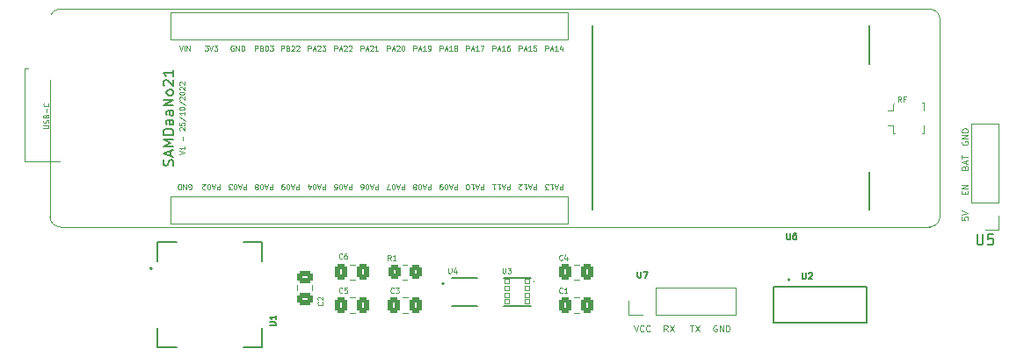
<source format=gto>
G04 #@! TF.GenerationSoftware,KiCad,Pcbnew,(6.0.9)*
G04 #@! TF.CreationDate,2023-02-20T10:38:45+01:00*
G04 #@! TF.ProjectId,sensorboard,73656e73-6f72-4626-9f61-72642e6b6963,rev?*
G04 #@! TF.SameCoordinates,Original*
G04 #@! TF.FileFunction,Legend,Top*
G04 #@! TF.FilePolarity,Positive*
%FSLAX46Y46*%
G04 Gerber Fmt 4.6, Leading zero omitted, Abs format (unit mm)*
G04 Created by KiCad (PCBNEW (6.0.9)) date 2023-02-20 10:38:45*
%MOMM*%
%LPD*%
G01*
G04 APERTURE LIST*
G04 Aperture macros list*
%AMRoundRect*
0 Rectangle with rounded corners*
0 $1 Rounding radius*
0 $2 $3 $4 $5 $6 $7 $8 $9 X,Y pos of 4 corners*
0 Add a 4 corners polygon primitive as box body*
4,1,4,$2,$3,$4,$5,$6,$7,$8,$9,$2,$3,0*
0 Add four circle primitives for the rounded corners*
1,1,$1+$1,$2,$3*
1,1,$1+$1,$4,$5*
1,1,$1+$1,$6,$7*
1,1,$1+$1,$8,$9*
0 Add four rect primitives between the rounded corners*
20,1,$1+$1,$2,$3,$4,$5,0*
20,1,$1+$1,$4,$5,$6,$7,0*
20,1,$1+$1,$6,$7,$8,$9,0*
20,1,$1+$1,$8,$9,$2,$3,0*%
G04 Aperture macros list end*
%ADD10C,0.100000*%
%ADD11C,0.150000*%
%ADD12C,0.080000*%
%ADD13C,0.120000*%
%ADD14C,0.127000*%
%ADD15C,0.200000*%
%ADD16C,0.010000*%
%ADD17RoundRect,0.250000X-0.350000X-0.450000X0.350000X-0.450000X0.350000X0.450000X-0.350000X0.450000X0*%
%ADD18R,1.700000X1.700000*%
%ADD19O,1.700000X1.700000*%
%ADD20C,0.800000*%
%ADD21C,6.400000*%
%ADD22RoundRect,0.250000X-0.337500X-0.475000X0.337500X-0.475000X0.337500X0.475000X-0.337500X0.475000X0*%
%ADD23R,0.550000X0.400000*%
%ADD24RoundRect,0.027000X-0.218000X-0.198000X0.218000X-0.198000X0.218000X0.198000X-0.218000X0.198000X0*%
%ADD25RoundRect,0.250000X0.337500X0.475000X-0.337500X0.475000X-0.337500X-0.475000X0.337500X-0.475000X0*%
%ADD26RoundRect,0.250000X-0.475000X0.337500X-0.475000X-0.337500X0.475000X-0.337500X0.475000X0.337500X0*%
%ADD27R,1.238000X1.238000*%
%ADD28C,1.238000*%
G04 APERTURE END LIST*
D10*
X202522142Y-89342857D02*
X202550714Y-89257142D01*
X202579285Y-89228571D01*
X202636428Y-89200000D01*
X202722142Y-89200000D01*
X202779285Y-89228571D01*
X202807857Y-89257142D01*
X202836428Y-89314285D01*
X202836428Y-89542857D01*
X202236428Y-89542857D01*
X202236428Y-89342857D01*
X202265000Y-89285714D01*
X202293571Y-89257142D01*
X202350714Y-89228571D01*
X202407857Y-89228571D01*
X202465000Y-89257142D01*
X202493571Y-89285714D01*
X202522142Y-89342857D01*
X202522142Y-89542857D01*
X202665000Y-88971428D02*
X202665000Y-88685714D01*
X202836428Y-89028571D02*
X202236428Y-88828571D01*
X202836428Y-88628571D01*
X202236428Y-88514285D02*
X202236428Y-88171428D01*
X202836428Y-88342857D02*
X202236428Y-88342857D01*
X173890000Y-105173428D02*
X173690000Y-104887714D01*
X173547142Y-105173428D02*
X173547142Y-104573428D01*
X173775714Y-104573428D01*
X173832857Y-104602000D01*
X173861428Y-104630571D01*
X173890000Y-104687714D01*
X173890000Y-104773428D01*
X173861428Y-104830571D01*
X173832857Y-104859142D01*
X173775714Y-104887714D01*
X173547142Y-104887714D01*
X174090000Y-104573428D02*
X174490000Y-105173428D01*
X174490000Y-104573428D02*
X174090000Y-105173428D01*
X178612857Y-104602000D02*
X178555714Y-104573428D01*
X178470000Y-104573428D01*
X178384285Y-104602000D01*
X178327142Y-104659142D01*
X178298571Y-104716285D01*
X178270000Y-104830571D01*
X178270000Y-104916285D01*
X178298571Y-105030571D01*
X178327142Y-105087714D01*
X178384285Y-105144857D01*
X178470000Y-105173428D01*
X178527142Y-105173428D01*
X178612857Y-105144857D01*
X178641428Y-105116285D01*
X178641428Y-104916285D01*
X178527142Y-104916285D01*
X178898571Y-105173428D02*
X178898571Y-104573428D01*
X179241428Y-105173428D01*
X179241428Y-104573428D01*
X179527142Y-105173428D02*
X179527142Y-104573428D01*
X179670000Y-104573428D01*
X179755714Y-104602000D01*
X179812857Y-104659142D01*
X179841428Y-104716285D01*
X179870000Y-104830571D01*
X179870000Y-104916285D01*
X179841428Y-105030571D01*
X179812857Y-105087714D01*
X179755714Y-105144857D01*
X179670000Y-105173428D01*
X179527142Y-105173428D01*
X202265000Y-86817142D02*
X202236428Y-86874285D01*
X202236428Y-86960000D01*
X202265000Y-87045714D01*
X202322142Y-87102857D01*
X202379285Y-87131428D01*
X202493571Y-87160000D01*
X202579285Y-87160000D01*
X202693571Y-87131428D01*
X202750714Y-87102857D01*
X202807857Y-87045714D01*
X202836428Y-86960000D01*
X202836428Y-86902857D01*
X202807857Y-86817142D01*
X202779285Y-86788571D01*
X202579285Y-86788571D01*
X202579285Y-86902857D01*
X202836428Y-86531428D02*
X202236428Y-86531428D01*
X202836428Y-86188571D01*
X202236428Y-86188571D01*
X202836428Y-85902857D02*
X202236428Y-85902857D01*
X202236428Y-85760000D01*
X202265000Y-85674285D01*
X202322142Y-85617142D01*
X202379285Y-85588571D01*
X202493571Y-85560000D01*
X202579285Y-85560000D01*
X202693571Y-85588571D01*
X202750714Y-85617142D01*
X202807857Y-85674285D01*
X202836428Y-85760000D01*
X202836428Y-85902857D01*
X170650000Y-104573428D02*
X170850000Y-105173428D01*
X171050000Y-104573428D01*
X171592857Y-105116285D02*
X171564285Y-105144857D01*
X171478571Y-105173428D01*
X171421428Y-105173428D01*
X171335714Y-105144857D01*
X171278571Y-105087714D01*
X171250000Y-105030571D01*
X171221428Y-104916285D01*
X171221428Y-104830571D01*
X171250000Y-104716285D01*
X171278571Y-104659142D01*
X171335714Y-104602000D01*
X171421428Y-104573428D01*
X171478571Y-104573428D01*
X171564285Y-104602000D01*
X171592857Y-104630571D01*
X172192857Y-105116285D02*
X172164285Y-105144857D01*
X172078571Y-105173428D01*
X172021428Y-105173428D01*
X171935714Y-105144857D01*
X171878571Y-105087714D01*
X171850000Y-105030571D01*
X171821428Y-104916285D01*
X171821428Y-104830571D01*
X171850000Y-104716285D01*
X171878571Y-104659142D01*
X171935714Y-104602000D01*
X172021428Y-104573428D01*
X172078571Y-104573428D01*
X172164285Y-104602000D01*
X172192857Y-104630571D01*
X202236428Y-94094285D02*
X202236428Y-94380000D01*
X202522142Y-94408571D01*
X202493571Y-94380000D01*
X202465000Y-94322857D01*
X202465000Y-94180000D01*
X202493571Y-94122857D01*
X202522142Y-94094285D01*
X202579285Y-94065714D01*
X202722142Y-94065714D01*
X202779285Y-94094285D01*
X202807857Y-94122857D01*
X202836428Y-94180000D01*
X202836428Y-94322857D01*
X202807857Y-94380000D01*
X202779285Y-94408571D01*
X202236428Y-93894285D02*
X202836428Y-93694285D01*
X202236428Y-93494285D01*
X202522142Y-91882857D02*
X202522142Y-91682857D01*
X202836428Y-91597142D02*
X202836428Y-91882857D01*
X202236428Y-91882857D01*
X202236428Y-91597142D01*
X202836428Y-91340000D02*
X202236428Y-91340000D01*
X202836428Y-90997142D01*
X202236428Y-90997142D01*
X176072857Y-104573428D02*
X176415714Y-104573428D01*
X176244285Y-105173428D02*
X176244285Y-104573428D01*
X176558571Y-104573428D02*
X176958571Y-105173428D01*
X176958571Y-104573428D02*
X176558571Y-105173428D01*
X147236666Y-98270190D02*
X147070000Y-98032095D01*
X146950952Y-98270190D02*
X146950952Y-97770190D01*
X147141428Y-97770190D01*
X147189047Y-97794000D01*
X147212857Y-97817809D01*
X147236666Y-97865428D01*
X147236666Y-97936857D01*
X147212857Y-97984476D01*
X147189047Y-98008285D01*
X147141428Y-98032095D01*
X146950952Y-98032095D01*
X147712857Y-98270190D02*
X147427142Y-98270190D01*
X147570000Y-98270190D02*
X147570000Y-97770190D01*
X147522380Y-97841619D01*
X147474761Y-97889238D01*
X147427142Y-97913047D01*
D11*
X170992857Y-99366428D02*
X170992857Y-99852142D01*
X171021428Y-99909285D01*
X171050000Y-99937857D01*
X171107142Y-99966428D01*
X171221428Y-99966428D01*
X171278571Y-99937857D01*
X171307142Y-99909285D01*
X171335714Y-99852142D01*
X171335714Y-99366428D01*
X171564285Y-99366428D02*
X171964285Y-99366428D01*
X171707142Y-99966428D01*
X135561428Y-104597142D02*
X136047142Y-104597142D01*
X136104285Y-104568571D01*
X136132857Y-104540000D01*
X136161428Y-104482857D01*
X136161428Y-104368571D01*
X136132857Y-104311428D01*
X136104285Y-104282857D01*
X136047142Y-104254285D01*
X135561428Y-104254285D01*
X136161428Y-103654285D02*
X136161428Y-103997142D01*
X136161428Y-103825714D02*
X135561428Y-103825714D01*
X135647142Y-103882857D01*
X135704285Y-103940000D01*
X135732857Y-103997142D01*
D10*
X142537666Y-98095571D02*
X142513857Y-98119380D01*
X142442428Y-98143190D01*
X142394809Y-98143190D01*
X142323380Y-98119380D01*
X142275761Y-98071761D01*
X142251952Y-98024142D01*
X142228142Y-97928904D01*
X142228142Y-97857476D01*
X142251952Y-97762238D01*
X142275761Y-97714619D01*
X142323380Y-97667000D01*
X142394809Y-97643190D01*
X142442428Y-97643190D01*
X142513857Y-97667000D01*
X142537666Y-97690809D01*
X142966238Y-97643190D02*
X142871000Y-97643190D01*
X142823380Y-97667000D01*
X142799571Y-97690809D01*
X142751952Y-97762238D01*
X142728142Y-97857476D01*
X142728142Y-98047952D01*
X142751952Y-98095571D01*
X142775761Y-98119380D01*
X142823380Y-98143190D01*
X142918619Y-98143190D01*
X142966238Y-98119380D01*
X142990047Y-98095571D01*
X143013857Y-98047952D01*
X143013857Y-97928904D01*
X142990047Y-97881285D01*
X142966238Y-97857476D01*
X142918619Y-97833666D01*
X142823380Y-97833666D01*
X142775761Y-97857476D01*
X142751952Y-97881285D01*
X142728142Y-97928904D01*
X142559166Y-101397571D02*
X142535357Y-101421380D01*
X142463928Y-101445190D01*
X142416309Y-101445190D01*
X142344880Y-101421380D01*
X142297261Y-101373761D01*
X142273452Y-101326142D01*
X142249642Y-101230904D01*
X142249642Y-101159476D01*
X142273452Y-101064238D01*
X142297261Y-101016619D01*
X142344880Y-100969000D01*
X142416309Y-100945190D01*
X142463928Y-100945190D01*
X142535357Y-100969000D01*
X142559166Y-100992809D01*
X143011547Y-100945190D02*
X142773452Y-100945190D01*
X142749642Y-101183285D01*
X142773452Y-101159476D01*
X142821071Y-101135666D01*
X142940119Y-101135666D01*
X142987738Y-101159476D01*
X143011547Y-101183285D01*
X143035357Y-101230904D01*
X143035357Y-101349952D01*
X143011547Y-101397571D01*
X142987738Y-101421380D01*
X142940119Y-101445190D01*
X142821071Y-101445190D01*
X142773452Y-101421380D01*
X142749642Y-101397571D01*
X152781047Y-99040190D02*
X152781047Y-99444952D01*
X152804857Y-99492571D01*
X152828666Y-99516380D01*
X152876285Y-99540190D01*
X152971523Y-99540190D01*
X153019142Y-99516380D01*
X153042952Y-99492571D01*
X153066761Y-99444952D01*
X153066761Y-99040190D01*
X153519142Y-99206857D02*
X153519142Y-99540190D01*
X153400095Y-99016380D02*
X153281047Y-99373523D01*
X153590571Y-99373523D01*
D11*
X203708095Y-95792380D02*
X203708095Y-96601904D01*
X203755714Y-96697142D01*
X203803333Y-96744761D01*
X203898571Y-96792380D01*
X204089047Y-96792380D01*
X204184285Y-96744761D01*
X204231904Y-96697142D01*
X204279523Y-96601904D01*
X204279523Y-95792380D01*
X205231904Y-95792380D02*
X204755714Y-95792380D01*
X204708095Y-96268571D01*
X204755714Y-96220952D01*
X204850952Y-96173333D01*
X205089047Y-96173333D01*
X205184285Y-96220952D01*
X205231904Y-96268571D01*
X205279523Y-96363809D01*
X205279523Y-96601904D01*
X205231904Y-96697142D01*
X205184285Y-96744761D01*
X205089047Y-96792380D01*
X204850952Y-96792380D01*
X204755714Y-96744761D01*
X204708095Y-96697142D01*
X185374392Y-95660821D02*
X185374392Y-96146535D01*
X185402963Y-96203678D01*
X185431535Y-96232250D01*
X185488677Y-96260821D01*
X185602963Y-96260821D01*
X185660106Y-96232250D01*
X185688677Y-96203678D01*
X185717249Y-96146535D01*
X185717249Y-95660821D01*
X186260106Y-95660821D02*
X186145820Y-95660821D01*
X186088677Y-95689393D01*
X186060106Y-95717964D01*
X186002963Y-95803678D01*
X185974392Y-95917964D01*
X185974392Y-96146535D01*
X186002963Y-96203678D01*
X186031535Y-96232250D01*
X186088677Y-96260821D01*
X186202963Y-96260821D01*
X186260106Y-96232250D01*
X186288677Y-96203678D01*
X186317249Y-96146535D01*
X186317249Y-96003678D01*
X186288677Y-95946535D01*
X186260106Y-95917964D01*
X186202963Y-95889393D01*
X186088677Y-95889393D01*
X186031535Y-95917964D01*
X186002963Y-95946535D01*
X185974392Y-96003678D01*
D10*
X154497999Y-78062690D02*
X154497999Y-77562690D01*
X154688475Y-77562690D01*
X154736094Y-77586500D01*
X154759904Y-77610309D01*
X154783713Y-77657928D01*
X154783713Y-77729357D01*
X154759904Y-77776976D01*
X154736094Y-77800785D01*
X154688475Y-77824595D01*
X154497999Y-77824595D01*
X154974189Y-77919833D02*
X155212285Y-77919833D01*
X154926570Y-78062690D02*
X155093237Y-77562690D01*
X155259904Y-78062690D01*
X155688475Y-78062690D02*
X155402761Y-78062690D01*
X155545618Y-78062690D02*
X155545618Y-77562690D01*
X155497999Y-77634119D01*
X155450380Y-77681738D01*
X155402761Y-77705547D01*
X155855142Y-77562690D02*
X156188475Y-77562690D01*
X155974189Y-78062690D01*
X113770618Y-85535976D02*
X114175380Y-85535976D01*
X114222999Y-85512166D01*
X114246808Y-85488357D01*
X114270618Y-85440738D01*
X114270618Y-85345500D01*
X114246808Y-85297880D01*
X114222999Y-85274071D01*
X114175380Y-85250261D01*
X113770618Y-85250261D01*
X114246808Y-85035976D02*
X114270618Y-84964547D01*
X114270618Y-84845500D01*
X114246808Y-84797880D01*
X114222999Y-84774071D01*
X114175380Y-84750261D01*
X114127761Y-84750261D01*
X114080142Y-84774071D01*
X114056332Y-84797880D01*
X114032523Y-84845500D01*
X114008713Y-84940738D01*
X113984904Y-84988357D01*
X113961094Y-85012166D01*
X113913475Y-85035976D01*
X113865856Y-85035976D01*
X113818237Y-85012166D01*
X113794428Y-84988357D01*
X113770618Y-84940738D01*
X113770618Y-84821690D01*
X113794428Y-84750261D01*
X114008713Y-84369309D02*
X114032523Y-84297880D01*
X114056332Y-84274071D01*
X114103951Y-84250261D01*
X114175380Y-84250261D01*
X114222999Y-84274071D01*
X114246808Y-84297880D01*
X114270618Y-84345500D01*
X114270618Y-84535976D01*
X113770618Y-84535976D01*
X113770618Y-84369309D01*
X113794428Y-84321690D01*
X113818237Y-84297880D01*
X113865856Y-84274071D01*
X113913475Y-84274071D01*
X113961094Y-84297880D01*
X113984904Y-84321690D01*
X114008713Y-84369309D01*
X114008713Y-84535976D01*
X114080142Y-84035976D02*
X114080142Y-83655023D01*
X114222999Y-83131214D02*
X114246808Y-83155023D01*
X114270618Y-83226452D01*
X114270618Y-83274071D01*
X114246808Y-83345500D01*
X114199189Y-83393119D01*
X114151570Y-83416928D01*
X114056332Y-83440738D01*
X113984904Y-83440738D01*
X113889666Y-83416928D01*
X113842047Y-83393119D01*
X113794428Y-83345500D01*
X113770618Y-83274071D01*
X113770618Y-83226452D01*
X113794428Y-83155023D01*
X113818237Y-83131214D01*
X196400890Y-83005453D02*
X196234223Y-82767358D01*
X196115175Y-83005453D02*
X196115175Y-82505453D01*
X196305652Y-82505453D01*
X196353271Y-82529263D01*
X196377080Y-82553072D01*
X196400890Y-82600691D01*
X196400890Y-82672120D01*
X196377080Y-82719739D01*
X196353271Y-82743548D01*
X196305652Y-82767358D01*
X196115175Y-82767358D01*
X196781842Y-82743548D02*
X196615175Y-82743548D01*
X196615175Y-83005453D02*
X196615175Y-82505453D01*
X196853271Y-82505453D01*
X162117999Y-78062690D02*
X162117999Y-77562690D01*
X162308475Y-77562690D01*
X162356094Y-77586500D01*
X162379904Y-77610309D01*
X162403713Y-77657928D01*
X162403713Y-77729357D01*
X162379904Y-77776976D01*
X162356094Y-77800785D01*
X162308475Y-77824595D01*
X162117999Y-77824595D01*
X162594189Y-77919833D02*
X162832285Y-77919833D01*
X162546570Y-78062690D02*
X162713237Y-77562690D01*
X162879904Y-78062690D01*
X163308475Y-78062690D02*
X163022761Y-78062690D01*
X163165618Y-78062690D02*
X163165618Y-77562690D01*
X163117999Y-77634119D01*
X163070380Y-77681738D01*
X163022761Y-77705547D01*
X163737047Y-77729357D02*
X163737047Y-78062690D01*
X163617999Y-77538880D02*
X163498951Y-77896023D01*
X163808475Y-77896023D01*
X140900856Y-90945309D02*
X140900856Y-91445309D01*
X140710380Y-91445309D01*
X140662761Y-91421500D01*
X140638951Y-91397690D01*
X140615142Y-91350071D01*
X140615142Y-91278642D01*
X140638951Y-91231023D01*
X140662761Y-91207214D01*
X140710380Y-91183404D01*
X140900856Y-91183404D01*
X140424666Y-91088166D02*
X140186570Y-91088166D01*
X140472285Y-90945309D02*
X140305618Y-91445309D01*
X140138951Y-90945309D01*
X139877047Y-91445309D02*
X139829428Y-91445309D01*
X139781808Y-91421500D01*
X139757999Y-91397690D01*
X139734189Y-91350071D01*
X139710380Y-91254833D01*
X139710380Y-91135785D01*
X139734189Y-91040547D01*
X139757999Y-90992928D01*
X139781808Y-90969119D01*
X139829428Y-90945309D01*
X139877047Y-90945309D01*
X139924666Y-90969119D01*
X139948475Y-90992928D01*
X139972285Y-91040547D01*
X139996094Y-91135785D01*
X139996094Y-91254833D01*
X139972285Y-91350071D01*
X139948475Y-91397690D01*
X139924666Y-91421500D01*
X139877047Y-91445309D01*
X139281808Y-91278642D02*
X139281808Y-90945309D01*
X139400856Y-91469119D02*
X139519904Y-91111976D01*
X139210380Y-91111976D01*
X127760380Y-91421500D02*
X127807999Y-91445309D01*
X127879428Y-91445309D01*
X127950856Y-91421500D01*
X127998475Y-91373880D01*
X128022285Y-91326261D01*
X128046094Y-91231023D01*
X128046094Y-91159595D01*
X128022285Y-91064357D01*
X127998475Y-91016738D01*
X127950856Y-90969119D01*
X127879428Y-90945309D01*
X127831808Y-90945309D01*
X127760380Y-90969119D01*
X127736570Y-90992928D01*
X127736570Y-91159595D01*
X127831808Y-91159595D01*
X127522285Y-90945309D02*
X127522285Y-91445309D01*
X127236570Y-90945309D01*
X127236570Y-91445309D01*
X126998475Y-90945309D02*
X126998475Y-91445309D01*
X126879428Y-91445309D01*
X126807999Y-91421500D01*
X126760380Y-91373880D01*
X126736570Y-91326261D01*
X126712761Y-91231023D01*
X126712761Y-91159595D01*
X126736570Y-91064357D01*
X126760380Y-91016738D01*
X126807999Y-90969119D01*
X126879428Y-90945309D01*
X126998475Y-90945309D01*
X130740856Y-90945309D02*
X130740856Y-91445309D01*
X130550380Y-91445309D01*
X130502761Y-91421500D01*
X130478951Y-91397690D01*
X130455142Y-91350071D01*
X130455142Y-91278642D01*
X130478951Y-91231023D01*
X130502761Y-91207214D01*
X130550380Y-91183404D01*
X130740856Y-91183404D01*
X130264666Y-91088166D02*
X130026570Y-91088166D01*
X130312285Y-90945309D02*
X130145618Y-91445309D01*
X129978951Y-90945309D01*
X129717047Y-91445309D02*
X129669428Y-91445309D01*
X129621808Y-91421500D01*
X129597999Y-91397690D01*
X129574189Y-91350071D01*
X129550380Y-91254833D01*
X129550380Y-91135785D01*
X129574189Y-91040547D01*
X129597999Y-90992928D01*
X129621808Y-90969119D01*
X129669428Y-90945309D01*
X129717047Y-90945309D01*
X129764666Y-90969119D01*
X129788475Y-90992928D01*
X129812285Y-91040547D01*
X129836094Y-91135785D01*
X129836094Y-91254833D01*
X129812285Y-91350071D01*
X129788475Y-91397690D01*
X129764666Y-91421500D01*
X129717047Y-91445309D01*
X129359904Y-91397690D02*
X129336094Y-91421500D01*
X129288475Y-91445309D01*
X129169428Y-91445309D01*
X129121808Y-91421500D01*
X129097999Y-91397690D01*
X129074189Y-91350071D01*
X129074189Y-91302452D01*
X129097999Y-91231023D01*
X129383713Y-90945309D01*
X129074189Y-90945309D01*
X134142285Y-78062690D02*
X134142285Y-77562690D01*
X134332761Y-77562690D01*
X134380380Y-77586500D01*
X134404189Y-77610309D01*
X134427999Y-77657928D01*
X134427999Y-77729357D01*
X134404189Y-77776976D01*
X134380380Y-77800785D01*
X134332761Y-77824595D01*
X134142285Y-77824595D01*
X134808951Y-77800785D02*
X134880380Y-77824595D01*
X134904189Y-77848404D01*
X134927999Y-77896023D01*
X134927999Y-77967452D01*
X134904189Y-78015071D01*
X134880380Y-78038880D01*
X134832761Y-78062690D01*
X134642285Y-78062690D01*
X134642285Y-77562690D01*
X134808951Y-77562690D01*
X134856570Y-77586500D01*
X134880380Y-77610309D01*
X134904189Y-77657928D01*
X134904189Y-77705547D01*
X134880380Y-77753166D01*
X134856570Y-77776976D01*
X134808951Y-77800785D01*
X134642285Y-77800785D01*
X135237523Y-77562690D02*
X135285142Y-77562690D01*
X135332761Y-77586500D01*
X135356570Y-77610309D01*
X135380380Y-77657928D01*
X135404189Y-77753166D01*
X135404189Y-77872214D01*
X135380380Y-77967452D01*
X135356570Y-78015071D01*
X135332761Y-78038880D01*
X135285142Y-78062690D01*
X135237523Y-78062690D01*
X135189904Y-78038880D01*
X135166094Y-78015071D01*
X135142285Y-77967452D01*
X135118475Y-77872214D01*
X135118475Y-77753166D01*
X135142285Y-77657928D01*
X135166094Y-77610309D01*
X135189904Y-77586500D01*
X135237523Y-77562690D01*
X135570856Y-77562690D02*
X135880380Y-77562690D01*
X135713713Y-77753166D01*
X135785142Y-77753166D01*
X135832761Y-77776976D01*
X135856570Y-77800785D01*
X135880380Y-77848404D01*
X135880380Y-77967452D01*
X135856570Y-78015071D01*
X135832761Y-78038880D01*
X135785142Y-78062690D01*
X135642285Y-78062690D01*
X135594666Y-78038880D01*
X135570856Y-78015071D01*
X153600856Y-90945309D02*
X153600856Y-91445309D01*
X153410380Y-91445309D01*
X153362761Y-91421500D01*
X153338951Y-91397690D01*
X153315142Y-91350071D01*
X153315142Y-91278642D01*
X153338951Y-91231023D01*
X153362761Y-91207214D01*
X153410380Y-91183404D01*
X153600856Y-91183404D01*
X153124666Y-91088166D02*
X152886570Y-91088166D01*
X153172285Y-90945309D02*
X153005618Y-91445309D01*
X152838951Y-90945309D01*
X152577047Y-91445309D02*
X152529428Y-91445309D01*
X152481808Y-91421500D01*
X152457999Y-91397690D01*
X152434189Y-91350071D01*
X152410380Y-91254833D01*
X152410380Y-91135785D01*
X152434189Y-91040547D01*
X152457999Y-90992928D01*
X152481808Y-90969119D01*
X152529428Y-90945309D01*
X152577047Y-90945309D01*
X152624666Y-90969119D01*
X152648475Y-90992928D01*
X152672285Y-91040547D01*
X152696094Y-91135785D01*
X152696094Y-91254833D01*
X152672285Y-91350071D01*
X152648475Y-91397690D01*
X152624666Y-91421500D01*
X152577047Y-91445309D01*
X152172285Y-90945309D02*
X152077047Y-90945309D01*
X152029428Y-90969119D01*
X152005618Y-90992928D01*
X151957999Y-91064357D01*
X151934189Y-91159595D01*
X151934189Y-91350071D01*
X151957999Y-91397690D01*
X151981808Y-91421500D01*
X152029428Y-91445309D01*
X152124666Y-91445309D01*
X152172285Y-91421500D01*
X152196094Y-91397690D01*
X152219904Y-91350071D01*
X152219904Y-91231023D01*
X152196094Y-91183404D01*
X152172285Y-91159595D01*
X152124666Y-91135785D01*
X152029428Y-91135785D01*
X151981808Y-91159595D01*
X151957999Y-91183404D01*
X151934189Y-91231023D01*
X157037999Y-78062690D02*
X157037999Y-77562690D01*
X157228475Y-77562690D01*
X157276094Y-77586500D01*
X157299904Y-77610309D01*
X157323713Y-77657928D01*
X157323713Y-77729357D01*
X157299904Y-77776976D01*
X157276094Y-77800785D01*
X157228475Y-77824595D01*
X157037999Y-77824595D01*
X157514189Y-77919833D02*
X157752285Y-77919833D01*
X157466570Y-78062690D02*
X157633237Y-77562690D01*
X157799904Y-78062690D01*
X158228475Y-78062690D02*
X157942761Y-78062690D01*
X158085618Y-78062690D02*
X158085618Y-77562690D01*
X158037999Y-77634119D01*
X157990380Y-77681738D01*
X157942761Y-77705547D01*
X158657047Y-77562690D02*
X158561808Y-77562690D01*
X158514189Y-77586500D01*
X158490380Y-77610309D01*
X158442761Y-77681738D01*
X158418951Y-77776976D01*
X158418951Y-77967452D01*
X158442761Y-78015071D01*
X158466570Y-78038880D01*
X158514189Y-78062690D01*
X158609428Y-78062690D01*
X158657047Y-78038880D01*
X158680856Y-78015071D01*
X158704666Y-77967452D01*
X158704666Y-77848404D01*
X158680856Y-77800785D01*
X158657047Y-77776976D01*
X158609428Y-77753166D01*
X158514189Y-77753166D01*
X158466570Y-77776976D01*
X158442761Y-77800785D01*
X158418951Y-77848404D01*
X145980856Y-90945309D02*
X145980856Y-91445309D01*
X145790380Y-91445309D01*
X145742761Y-91421500D01*
X145718951Y-91397690D01*
X145695142Y-91350071D01*
X145695142Y-91278642D01*
X145718951Y-91231023D01*
X145742761Y-91207214D01*
X145790380Y-91183404D01*
X145980856Y-91183404D01*
X145504666Y-91088166D02*
X145266570Y-91088166D01*
X145552285Y-90945309D02*
X145385618Y-91445309D01*
X145218951Y-90945309D01*
X144957047Y-91445309D02*
X144909428Y-91445309D01*
X144861808Y-91421500D01*
X144837999Y-91397690D01*
X144814189Y-91350071D01*
X144790380Y-91254833D01*
X144790380Y-91135785D01*
X144814189Y-91040547D01*
X144837999Y-90992928D01*
X144861808Y-90969119D01*
X144909428Y-90945309D01*
X144957047Y-90945309D01*
X145004666Y-90969119D01*
X145028475Y-90992928D01*
X145052285Y-91040547D01*
X145076094Y-91135785D01*
X145076094Y-91254833D01*
X145052285Y-91350071D01*
X145028475Y-91397690D01*
X145004666Y-91421500D01*
X144957047Y-91445309D01*
X144361808Y-91445309D02*
X144457047Y-91445309D01*
X144504666Y-91421500D01*
X144528475Y-91397690D01*
X144576094Y-91326261D01*
X144599904Y-91231023D01*
X144599904Y-91040547D01*
X144576094Y-90992928D01*
X144552285Y-90969119D01*
X144504666Y-90945309D01*
X144409428Y-90945309D01*
X144361808Y-90969119D01*
X144337999Y-90992928D01*
X144314189Y-91040547D01*
X144314189Y-91159595D01*
X144337999Y-91207214D01*
X144361808Y-91231023D01*
X144409428Y-91254833D01*
X144504666Y-91254833D01*
X144552285Y-91231023D01*
X144576094Y-91207214D01*
X144599904Y-91159595D01*
X159577999Y-78062690D02*
X159577999Y-77562690D01*
X159768475Y-77562690D01*
X159816094Y-77586500D01*
X159839904Y-77610309D01*
X159863713Y-77657928D01*
X159863713Y-77729357D01*
X159839904Y-77776976D01*
X159816094Y-77800785D01*
X159768475Y-77824595D01*
X159577999Y-77824595D01*
X160054189Y-77919833D02*
X160292285Y-77919833D01*
X160006570Y-78062690D02*
X160173237Y-77562690D01*
X160339904Y-78062690D01*
X160768475Y-78062690D02*
X160482761Y-78062690D01*
X160625618Y-78062690D02*
X160625618Y-77562690D01*
X160577999Y-77634119D01*
X160530380Y-77681738D01*
X160482761Y-77705547D01*
X161220856Y-77562690D02*
X160982761Y-77562690D01*
X160958951Y-77800785D01*
X160982761Y-77776976D01*
X161030380Y-77753166D01*
X161149428Y-77753166D01*
X161197047Y-77776976D01*
X161220856Y-77800785D01*
X161244666Y-77848404D01*
X161244666Y-77967452D01*
X161220856Y-78015071D01*
X161197047Y-78038880D01*
X161149428Y-78062690D01*
X161030380Y-78062690D01*
X160982761Y-78038880D01*
X160958951Y-78015071D01*
X126867725Y-88068202D02*
X127367725Y-87901535D01*
X126867725Y-87734869D01*
X127367725Y-87306297D02*
X127367725Y-87592012D01*
X127367725Y-87449154D02*
X126867725Y-87449154D01*
X126939154Y-87496773D01*
X126986773Y-87544393D01*
X127010582Y-87592012D01*
X127177249Y-86711059D02*
X127177249Y-86330107D01*
X126915344Y-85734869D02*
X126891535Y-85711059D01*
X126867725Y-85663440D01*
X126867725Y-85544393D01*
X126891535Y-85496773D01*
X126915344Y-85472964D01*
X126962963Y-85449154D01*
X127010582Y-85449154D01*
X127082011Y-85472964D01*
X127367725Y-85758678D01*
X127367725Y-85449154D01*
X126867725Y-84996773D02*
X126867725Y-85234869D01*
X127105820Y-85258678D01*
X127082011Y-85234869D01*
X127058201Y-85187250D01*
X127058201Y-85068202D01*
X127082011Y-85020583D01*
X127105820Y-84996773D01*
X127153439Y-84972964D01*
X127272487Y-84972964D01*
X127320106Y-84996773D01*
X127343915Y-85020583D01*
X127367725Y-85068202D01*
X127367725Y-85187250D01*
X127343915Y-85234869D01*
X127320106Y-85258678D01*
X126843915Y-84401535D02*
X127486773Y-84830107D01*
X127367725Y-83972964D02*
X127367725Y-84258678D01*
X127367725Y-84115821D02*
X126867725Y-84115821D01*
X126939154Y-84163440D01*
X126986773Y-84211059D01*
X127010582Y-84258678D01*
X126867725Y-83663440D02*
X126867725Y-83615821D01*
X126891535Y-83568202D01*
X126915344Y-83544393D01*
X126962963Y-83520583D01*
X127058201Y-83496773D01*
X127177249Y-83496773D01*
X127272487Y-83520583D01*
X127320106Y-83544393D01*
X127343915Y-83568202D01*
X127367725Y-83615821D01*
X127367725Y-83663440D01*
X127343915Y-83711059D01*
X127320106Y-83734869D01*
X127272487Y-83758678D01*
X127177249Y-83782488D01*
X127058201Y-83782488D01*
X126962963Y-83758678D01*
X126915344Y-83734869D01*
X126891535Y-83711059D01*
X126867725Y-83663440D01*
X126843915Y-82925345D02*
X127486773Y-83353916D01*
X126915344Y-82782488D02*
X126891535Y-82758678D01*
X126867725Y-82711059D01*
X126867725Y-82592012D01*
X126891535Y-82544393D01*
X126915344Y-82520583D01*
X126962963Y-82496773D01*
X127010582Y-82496773D01*
X127082011Y-82520583D01*
X127367725Y-82806297D01*
X127367725Y-82496773D01*
X126867725Y-82187250D02*
X126867725Y-82139631D01*
X126891535Y-82092012D01*
X126915344Y-82068202D01*
X126962963Y-82044393D01*
X127058201Y-82020583D01*
X127177249Y-82020583D01*
X127272487Y-82044393D01*
X127320106Y-82068202D01*
X127343915Y-82092012D01*
X127367725Y-82139631D01*
X127367725Y-82187250D01*
X127343915Y-82234869D01*
X127320106Y-82258678D01*
X127272487Y-82282488D01*
X127177249Y-82306297D01*
X127058201Y-82306297D01*
X126962963Y-82282488D01*
X126915344Y-82258678D01*
X126891535Y-82234869D01*
X126867725Y-82187250D01*
X126915344Y-81830107D02*
X126891535Y-81806297D01*
X126867725Y-81758678D01*
X126867725Y-81639631D01*
X126891535Y-81592012D01*
X126915344Y-81568202D01*
X126962963Y-81544393D01*
X127010582Y-81544393D01*
X127082011Y-81568202D01*
X127367725Y-81853916D01*
X127367725Y-81544393D01*
X126915344Y-81353916D02*
X126891535Y-81330107D01*
X126867725Y-81282488D01*
X126867725Y-81163440D01*
X126891535Y-81115821D01*
X126915344Y-81092012D01*
X126962963Y-81068202D01*
X127010582Y-81068202D01*
X127082011Y-81092012D01*
X127367725Y-81377726D01*
X127367725Y-81068202D01*
X129300380Y-77562690D02*
X129609904Y-77562690D01*
X129443237Y-77753166D01*
X129514666Y-77753166D01*
X129562285Y-77776976D01*
X129586094Y-77800785D01*
X129609904Y-77848404D01*
X129609904Y-77967452D01*
X129586094Y-78015071D01*
X129562285Y-78038880D01*
X129514666Y-78062690D01*
X129371808Y-78062690D01*
X129324189Y-78038880D01*
X129300380Y-78015071D01*
X129752761Y-77562690D02*
X129919428Y-78062690D01*
X130086094Y-77562690D01*
X130205142Y-77562690D02*
X130514666Y-77562690D01*
X130347999Y-77753166D01*
X130419428Y-77753166D01*
X130467047Y-77776976D01*
X130490856Y-77800785D01*
X130514666Y-77848404D01*
X130514666Y-77967452D01*
X130490856Y-78015071D01*
X130467047Y-78038880D01*
X130419428Y-78062690D01*
X130276570Y-78062690D01*
X130228951Y-78038880D01*
X130205142Y-78015071D01*
X148520856Y-90945309D02*
X148520856Y-91445309D01*
X148330380Y-91445309D01*
X148282761Y-91421500D01*
X148258951Y-91397690D01*
X148235142Y-91350071D01*
X148235142Y-91278642D01*
X148258951Y-91231023D01*
X148282761Y-91207214D01*
X148330380Y-91183404D01*
X148520856Y-91183404D01*
X148044666Y-91088166D02*
X147806570Y-91088166D01*
X148092285Y-90945309D02*
X147925618Y-91445309D01*
X147758951Y-90945309D01*
X147497047Y-91445309D02*
X147449428Y-91445309D01*
X147401808Y-91421500D01*
X147377999Y-91397690D01*
X147354189Y-91350071D01*
X147330380Y-91254833D01*
X147330380Y-91135785D01*
X147354189Y-91040547D01*
X147377999Y-90992928D01*
X147401808Y-90969119D01*
X147449428Y-90945309D01*
X147497047Y-90945309D01*
X147544666Y-90969119D01*
X147568475Y-90992928D01*
X147592285Y-91040547D01*
X147616094Y-91135785D01*
X147616094Y-91254833D01*
X147592285Y-91350071D01*
X147568475Y-91397690D01*
X147544666Y-91421500D01*
X147497047Y-91445309D01*
X147163713Y-91445309D02*
X146830380Y-91445309D01*
X147044666Y-90945309D01*
X126831808Y-77562690D02*
X126998475Y-78062690D01*
X127165142Y-77562690D01*
X127331808Y-78062690D02*
X127331808Y-77562690D01*
X127569904Y-78062690D02*
X127569904Y-77562690D01*
X127855618Y-78062690D01*
X127855618Y-77562690D01*
X161220856Y-90945309D02*
X161220856Y-91445309D01*
X161030380Y-91445309D01*
X160982761Y-91421500D01*
X160958951Y-91397690D01*
X160935142Y-91350071D01*
X160935142Y-91278642D01*
X160958951Y-91231023D01*
X160982761Y-91207214D01*
X161030380Y-91183404D01*
X161220856Y-91183404D01*
X160744666Y-91088166D02*
X160506570Y-91088166D01*
X160792285Y-90945309D02*
X160625618Y-91445309D01*
X160458951Y-90945309D01*
X160030380Y-90945309D02*
X160316094Y-90945309D01*
X160173237Y-90945309D02*
X160173237Y-91445309D01*
X160220856Y-91373880D01*
X160268475Y-91326261D01*
X160316094Y-91302452D01*
X159839904Y-91397690D02*
X159816094Y-91421500D01*
X159768475Y-91445309D01*
X159649428Y-91445309D01*
X159601808Y-91421500D01*
X159577999Y-91397690D01*
X159554189Y-91350071D01*
X159554189Y-91302452D01*
X159577999Y-91231023D01*
X159863713Y-90945309D01*
X159554189Y-90945309D01*
X135820856Y-90945309D02*
X135820856Y-91445309D01*
X135630380Y-91445309D01*
X135582761Y-91421500D01*
X135558951Y-91397690D01*
X135535142Y-91350071D01*
X135535142Y-91278642D01*
X135558951Y-91231023D01*
X135582761Y-91207214D01*
X135630380Y-91183404D01*
X135820856Y-91183404D01*
X135344666Y-91088166D02*
X135106570Y-91088166D01*
X135392285Y-90945309D02*
X135225618Y-91445309D01*
X135058951Y-90945309D01*
X134797047Y-91445309D02*
X134749428Y-91445309D01*
X134701808Y-91421500D01*
X134677999Y-91397690D01*
X134654189Y-91350071D01*
X134630380Y-91254833D01*
X134630380Y-91135785D01*
X134654189Y-91040547D01*
X134677999Y-90992928D01*
X134701808Y-90969119D01*
X134749428Y-90945309D01*
X134797047Y-90945309D01*
X134844666Y-90969119D01*
X134868475Y-90992928D01*
X134892285Y-91040547D01*
X134916094Y-91135785D01*
X134916094Y-91254833D01*
X134892285Y-91350071D01*
X134868475Y-91397690D01*
X134844666Y-91421500D01*
X134797047Y-91445309D01*
X134344666Y-91231023D02*
X134392285Y-91254833D01*
X134416094Y-91278642D01*
X134439904Y-91326261D01*
X134439904Y-91350071D01*
X134416094Y-91397690D01*
X134392285Y-91421500D01*
X134344666Y-91445309D01*
X134249428Y-91445309D01*
X134201808Y-91421500D01*
X134177999Y-91397690D01*
X134154189Y-91350071D01*
X134154189Y-91326261D01*
X134177999Y-91278642D01*
X134201808Y-91254833D01*
X134249428Y-91231023D01*
X134344666Y-91231023D01*
X134392285Y-91207214D01*
X134416094Y-91183404D01*
X134439904Y-91135785D01*
X134439904Y-91040547D01*
X134416094Y-90992928D01*
X134392285Y-90969119D01*
X134344666Y-90945309D01*
X134249428Y-90945309D01*
X134201808Y-90969119D01*
X134177999Y-90992928D01*
X134154189Y-91040547D01*
X134154189Y-91135785D01*
X134177999Y-91183404D01*
X134201808Y-91207214D01*
X134249428Y-91231023D01*
X143440856Y-90945309D02*
X143440856Y-91445309D01*
X143250380Y-91445309D01*
X143202761Y-91421500D01*
X143178951Y-91397690D01*
X143155142Y-91350071D01*
X143155142Y-91278642D01*
X143178951Y-91231023D01*
X143202761Y-91207214D01*
X143250380Y-91183404D01*
X143440856Y-91183404D01*
X142964666Y-91088166D02*
X142726570Y-91088166D01*
X143012285Y-90945309D02*
X142845618Y-91445309D01*
X142678951Y-90945309D01*
X142417047Y-91445309D02*
X142369428Y-91445309D01*
X142321808Y-91421500D01*
X142297999Y-91397690D01*
X142274189Y-91350071D01*
X142250380Y-91254833D01*
X142250380Y-91135785D01*
X142274189Y-91040547D01*
X142297999Y-90992928D01*
X142321808Y-90969119D01*
X142369428Y-90945309D01*
X142417047Y-90945309D01*
X142464666Y-90969119D01*
X142488475Y-90992928D01*
X142512285Y-91040547D01*
X142536094Y-91135785D01*
X142536094Y-91254833D01*
X142512285Y-91350071D01*
X142488475Y-91397690D01*
X142464666Y-91421500D01*
X142417047Y-91445309D01*
X141797999Y-91445309D02*
X142036094Y-91445309D01*
X142059904Y-91207214D01*
X142036094Y-91231023D01*
X141988475Y-91254833D01*
X141869428Y-91254833D01*
X141821808Y-91231023D01*
X141797999Y-91207214D01*
X141774189Y-91159595D01*
X141774189Y-91040547D01*
X141797999Y-90992928D01*
X141821808Y-90969119D01*
X141869428Y-90945309D01*
X141988475Y-90945309D01*
X142036094Y-90969119D01*
X142059904Y-90992928D01*
X151957999Y-78062690D02*
X151957999Y-77562690D01*
X152148475Y-77562690D01*
X152196094Y-77586500D01*
X152219904Y-77610309D01*
X152243713Y-77657928D01*
X152243713Y-77729357D01*
X152219904Y-77776976D01*
X152196094Y-77800785D01*
X152148475Y-77824595D01*
X151957999Y-77824595D01*
X152434189Y-77919833D02*
X152672285Y-77919833D01*
X152386570Y-78062690D02*
X152553237Y-77562690D01*
X152719904Y-78062690D01*
X153148475Y-78062690D02*
X152862761Y-78062690D01*
X153005618Y-78062690D02*
X153005618Y-77562690D01*
X152957999Y-77634119D01*
X152910380Y-77681738D01*
X152862761Y-77705547D01*
X153434189Y-77776976D02*
X153386570Y-77753166D01*
X153362761Y-77729357D01*
X153338951Y-77681738D01*
X153338951Y-77657928D01*
X153362761Y-77610309D01*
X153386570Y-77586500D01*
X153434189Y-77562690D01*
X153529428Y-77562690D01*
X153577047Y-77586500D01*
X153600856Y-77610309D01*
X153624666Y-77657928D01*
X153624666Y-77681738D01*
X153600856Y-77729357D01*
X153577047Y-77753166D01*
X153529428Y-77776976D01*
X153434189Y-77776976D01*
X153386570Y-77800785D01*
X153362761Y-77824595D01*
X153338951Y-77872214D01*
X153338951Y-77967452D01*
X153362761Y-78015071D01*
X153386570Y-78038880D01*
X153434189Y-78062690D01*
X153529428Y-78062690D01*
X153577047Y-78038880D01*
X153600856Y-78015071D01*
X153624666Y-77967452D01*
X153624666Y-77872214D01*
X153600856Y-77824595D01*
X153577047Y-77800785D01*
X153529428Y-77776976D01*
X158680856Y-90945309D02*
X158680856Y-91445309D01*
X158490380Y-91445309D01*
X158442761Y-91421500D01*
X158418951Y-91397690D01*
X158395142Y-91350071D01*
X158395142Y-91278642D01*
X158418951Y-91231023D01*
X158442761Y-91207214D01*
X158490380Y-91183404D01*
X158680856Y-91183404D01*
X158204666Y-91088166D02*
X157966570Y-91088166D01*
X158252285Y-90945309D02*
X158085618Y-91445309D01*
X157918951Y-90945309D01*
X157490380Y-90945309D02*
X157776094Y-90945309D01*
X157633237Y-90945309D02*
X157633237Y-91445309D01*
X157680856Y-91373880D01*
X157728475Y-91326261D01*
X157776094Y-91302452D01*
X157014189Y-90945309D02*
X157299904Y-90945309D01*
X157157047Y-90945309D02*
X157157047Y-91445309D01*
X157204666Y-91373880D01*
X157252285Y-91326261D01*
X157299904Y-91302452D01*
X146877999Y-78062690D02*
X146877999Y-77562690D01*
X147068475Y-77562690D01*
X147116094Y-77586500D01*
X147139904Y-77610309D01*
X147163713Y-77657928D01*
X147163713Y-77729357D01*
X147139904Y-77776976D01*
X147116094Y-77800785D01*
X147068475Y-77824595D01*
X146877999Y-77824595D01*
X147354189Y-77919833D02*
X147592285Y-77919833D01*
X147306570Y-78062690D02*
X147473237Y-77562690D01*
X147639904Y-78062690D01*
X147782761Y-77610309D02*
X147806570Y-77586500D01*
X147854189Y-77562690D01*
X147973237Y-77562690D01*
X148020856Y-77586500D01*
X148044666Y-77610309D01*
X148068475Y-77657928D01*
X148068475Y-77705547D01*
X148044666Y-77776976D01*
X147758951Y-78062690D01*
X148068475Y-78062690D01*
X148377999Y-77562690D02*
X148425618Y-77562690D01*
X148473237Y-77586500D01*
X148497047Y-77610309D01*
X148520856Y-77657928D01*
X148544666Y-77753166D01*
X148544666Y-77872214D01*
X148520856Y-77967452D01*
X148497047Y-78015071D01*
X148473237Y-78038880D01*
X148425618Y-78062690D01*
X148377999Y-78062690D01*
X148330380Y-78038880D01*
X148306570Y-78015071D01*
X148282761Y-77967452D01*
X148258951Y-77872214D01*
X148258951Y-77753166D01*
X148282761Y-77657928D01*
X148306570Y-77610309D01*
X148330380Y-77586500D01*
X148377999Y-77562690D01*
X149417999Y-78062690D02*
X149417999Y-77562690D01*
X149608475Y-77562690D01*
X149656094Y-77586500D01*
X149679904Y-77610309D01*
X149703713Y-77657928D01*
X149703713Y-77729357D01*
X149679904Y-77776976D01*
X149656094Y-77800785D01*
X149608475Y-77824595D01*
X149417999Y-77824595D01*
X149894189Y-77919833D02*
X150132285Y-77919833D01*
X149846570Y-78062690D02*
X150013237Y-77562690D01*
X150179904Y-78062690D01*
X150608475Y-78062690D02*
X150322761Y-78062690D01*
X150465618Y-78062690D02*
X150465618Y-77562690D01*
X150417999Y-77634119D01*
X150370380Y-77681738D01*
X150322761Y-77705547D01*
X150846570Y-78062690D02*
X150941808Y-78062690D01*
X150989428Y-78038880D01*
X151013237Y-78015071D01*
X151060856Y-77943642D01*
X151084666Y-77848404D01*
X151084666Y-77657928D01*
X151060856Y-77610309D01*
X151037047Y-77586500D01*
X150989428Y-77562690D01*
X150894189Y-77562690D01*
X150846570Y-77586500D01*
X150822761Y-77610309D01*
X150798951Y-77657928D01*
X150798951Y-77776976D01*
X150822761Y-77824595D01*
X150846570Y-77848404D01*
X150894189Y-77872214D01*
X150989428Y-77872214D01*
X151037047Y-77848404D01*
X151060856Y-77824595D01*
X151084666Y-77776976D01*
X163760856Y-90945309D02*
X163760856Y-91445309D01*
X163570380Y-91445309D01*
X163522761Y-91421500D01*
X163498951Y-91397690D01*
X163475142Y-91350071D01*
X163475142Y-91278642D01*
X163498951Y-91231023D01*
X163522761Y-91207214D01*
X163570380Y-91183404D01*
X163760856Y-91183404D01*
X163284666Y-91088166D02*
X163046570Y-91088166D01*
X163332285Y-90945309D02*
X163165618Y-91445309D01*
X162998951Y-90945309D01*
X162570380Y-90945309D02*
X162856094Y-90945309D01*
X162713237Y-90945309D02*
X162713237Y-91445309D01*
X162760856Y-91373880D01*
X162808475Y-91326261D01*
X162856094Y-91302452D01*
X162403713Y-91445309D02*
X162094189Y-91445309D01*
X162260856Y-91254833D01*
X162189428Y-91254833D01*
X162141808Y-91231023D01*
X162117999Y-91207214D01*
X162094189Y-91159595D01*
X162094189Y-91040547D01*
X162117999Y-90992928D01*
X162141808Y-90969119D01*
X162189428Y-90945309D01*
X162332285Y-90945309D01*
X162379904Y-90969119D01*
X162403713Y-90992928D01*
X136682285Y-78062690D02*
X136682285Y-77562690D01*
X136872761Y-77562690D01*
X136920380Y-77586500D01*
X136944189Y-77610309D01*
X136967999Y-77657928D01*
X136967999Y-77729357D01*
X136944189Y-77776976D01*
X136920380Y-77800785D01*
X136872761Y-77824595D01*
X136682285Y-77824595D01*
X137348951Y-77800785D02*
X137420380Y-77824595D01*
X137444189Y-77848404D01*
X137467999Y-77896023D01*
X137467999Y-77967452D01*
X137444189Y-78015071D01*
X137420380Y-78038880D01*
X137372761Y-78062690D01*
X137182285Y-78062690D01*
X137182285Y-77562690D01*
X137348951Y-77562690D01*
X137396570Y-77586500D01*
X137420380Y-77610309D01*
X137444189Y-77657928D01*
X137444189Y-77705547D01*
X137420380Y-77753166D01*
X137396570Y-77776976D01*
X137348951Y-77800785D01*
X137182285Y-77800785D01*
X137658475Y-77610309D02*
X137682285Y-77586500D01*
X137729904Y-77562690D01*
X137848951Y-77562690D01*
X137896570Y-77586500D01*
X137920380Y-77610309D01*
X137944189Y-77657928D01*
X137944189Y-77705547D01*
X137920380Y-77776976D01*
X137634666Y-78062690D01*
X137944189Y-78062690D01*
X138134666Y-77610309D02*
X138158475Y-77586500D01*
X138206094Y-77562690D01*
X138325142Y-77562690D01*
X138372761Y-77586500D01*
X138396570Y-77610309D01*
X138420380Y-77657928D01*
X138420380Y-77705547D01*
X138396570Y-77776976D01*
X138110856Y-78062690D01*
X138420380Y-78062690D01*
X156140856Y-90945309D02*
X156140856Y-91445309D01*
X155950380Y-91445309D01*
X155902761Y-91421500D01*
X155878951Y-91397690D01*
X155855142Y-91350071D01*
X155855142Y-91278642D01*
X155878951Y-91231023D01*
X155902761Y-91207214D01*
X155950380Y-91183404D01*
X156140856Y-91183404D01*
X155664666Y-91088166D02*
X155426570Y-91088166D01*
X155712285Y-90945309D02*
X155545618Y-91445309D01*
X155378951Y-90945309D01*
X154950380Y-90945309D02*
X155236094Y-90945309D01*
X155093237Y-90945309D02*
X155093237Y-91445309D01*
X155140856Y-91373880D01*
X155188475Y-91326261D01*
X155236094Y-91302452D01*
X154640856Y-91445309D02*
X154593237Y-91445309D01*
X154545618Y-91421500D01*
X154521808Y-91397690D01*
X154497999Y-91350071D01*
X154474189Y-91254833D01*
X154474189Y-91135785D01*
X154497999Y-91040547D01*
X154521808Y-90992928D01*
X154545618Y-90969119D01*
X154593237Y-90945309D01*
X154640856Y-90945309D01*
X154688475Y-90969119D01*
X154712285Y-90992928D01*
X154736094Y-91040547D01*
X154759904Y-91135785D01*
X154759904Y-91254833D01*
X154736094Y-91350071D01*
X154712285Y-91397690D01*
X154688475Y-91421500D01*
X154640856Y-91445309D01*
X144337999Y-78062690D02*
X144337999Y-77562690D01*
X144528475Y-77562690D01*
X144576094Y-77586500D01*
X144599904Y-77610309D01*
X144623713Y-77657928D01*
X144623713Y-77729357D01*
X144599904Y-77776976D01*
X144576094Y-77800785D01*
X144528475Y-77824595D01*
X144337999Y-77824595D01*
X144814189Y-77919833D02*
X145052285Y-77919833D01*
X144766570Y-78062690D02*
X144933237Y-77562690D01*
X145099904Y-78062690D01*
X145242761Y-77610309D02*
X145266570Y-77586500D01*
X145314189Y-77562690D01*
X145433237Y-77562690D01*
X145480856Y-77586500D01*
X145504666Y-77610309D01*
X145528475Y-77657928D01*
X145528475Y-77705547D01*
X145504666Y-77776976D01*
X145218951Y-78062690D01*
X145528475Y-78062690D01*
X146004666Y-78062690D02*
X145718951Y-78062690D01*
X145861808Y-78062690D02*
X145861808Y-77562690D01*
X145814189Y-77634119D01*
X145766570Y-77681738D01*
X145718951Y-77705547D01*
X133280856Y-90945309D02*
X133280856Y-91445309D01*
X133090380Y-91445309D01*
X133042761Y-91421500D01*
X133018951Y-91397690D01*
X132995142Y-91350071D01*
X132995142Y-91278642D01*
X133018951Y-91231023D01*
X133042761Y-91207214D01*
X133090380Y-91183404D01*
X133280856Y-91183404D01*
X132804666Y-91088166D02*
X132566570Y-91088166D01*
X132852285Y-90945309D02*
X132685618Y-91445309D01*
X132518951Y-90945309D01*
X132257047Y-91445309D02*
X132209428Y-91445309D01*
X132161808Y-91421500D01*
X132137999Y-91397690D01*
X132114189Y-91350071D01*
X132090380Y-91254833D01*
X132090380Y-91135785D01*
X132114189Y-91040547D01*
X132137999Y-90992928D01*
X132161808Y-90969119D01*
X132209428Y-90945309D01*
X132257047Y-90945309D01*
X132304666Y-90969119D01*
X132328475Y-90992928D01*
X132352285Y-91040547D01*
X132376094Y-91135785D01*
X132376094Y-91254833D01*
X132352285Y-91350071D01*
X132328475Y-91397690D01*
X132304666Y-91421500D01*
X132257047Y-91445309D01*
X131923713Y-91445309D02*
X131614189Y-91445309D01*
X131780856Y-91254833D01*
X131709428Y-91254833D01*
X131661808Y-91231023D01*
X131637999Y-91207214D01*
X131614189Y-91159595D01*
X131614189Y-91040547D01*
X131637999Y-90992928D01*
X131661808Y-90969119D01*
X131709428Y-90945309D01*
X131852285Y-90945309D01*
X131899904Y-90969119D01*
X131923713Y-90992928D01*
D11*
X126242296Y-89163440D02*
X126289915Y-89020583D01*
X126289915Y-88782488D01*
X126242296Y-88687250D01*
X126194677Y-88639631D01*
X126099439Y-88592012D01*
X126004201Y-88592012D01*
X125908963Y-88639631D01*
X125861344Y-88687250D01*
X125813725Y-88782488D01*
X125766106Y-88972964D01*
X125718487Y-89068202D01*
X125670868Y-89115821D01*
X125575630Y-89163440D01*
X125480392Y-89163440D01*
X125385154Y-89115821D01*
X125337535Y-89068202D01*
X125289915Y-88972964D01*
X125289915Y-88734869D01*
X125337535Y-88592012D01*
X126004201Y-88211059D02*
X126004201Y-87734869D01*
X126289915Y-88306297D02*
X125289915Y-87972964D01*
X126289915Y-87639631D01*
X126289915Y-87306297D02*
X125289915Y-87306297D01*
X126004201Y-86972964D01*
X125289915Y-86639631D01*
X126289915Y-86639631D01*
X126289915Y-86163440D02*
X125289915Y-86163440D01*
X125289915Y-85925345D01*
X125337535Y-85782488D01*
X125432773Y-85687250D01*
X125528011Y-85639631D01*
X125718487Y-85592012D01*
X125861344Y-85592012D01*
X126051820Y-85639631D01*
X126147058Y-85687250D01*
X126242296Y-85782488D01*
X126289915Y-85925345D01*
X126289915Y-86163440D01*
X126289915Y-84734869D02*
X125766106Y-84734869D01*
X125670868Y-84782488D01*
X125623249Y-84877726D01*
X125623249Y-85068202D01*
X125670868Y-85163440D01*
X126242296Y-84734869D02*
X126289915Y-84830107D01*
X126289915Y-85068202D01*
X126242296Y-85163440D01*
X126147058Y-85211059D01*
X126051820Y-85211059D01*
X125956582Y-85163440D01*
X125908963Y-85068202D01*
X125908963Y-84830107D01*
X125861344Y-84734869D01*
X126289915Y-83830107D02*
X125766106Y-83830107D01*
X125670868Y-83877726D01*
X125623249Y-83972964D01*
X125623249Y-84163440D01*
X125670868Y-84258678D01*
X126242296Y-83830107D02*
X126289915Y-83925345D01*
X126289915Y-84163440D01*
X126242296Y-84258678D01*
X126147058Y-84306297D01*
X126051820Y-84306297D01*
X125956582Y-84258678D01*
X125908963Y-84163440D01*
X125908963Y-83925345D01*
X125861344Y-83830107D01*
X126289915Y-83353916D02*
X125289915Y-83353916D01*
X126289915Y-82782488D01*
X125289915Y-82782488D01*
X126289915Y-82163440D02*
X126242296Y-82258678D01*
X126194677Y-82306297D01*
X126099439Y-82353916D01*
X125813725Y-82353916D01*
X125718487Y-82306297D01*
X125670868Y-82258678D01*
X125623249Y-82163440D01*
X125623249Y-82020583D01*
X125670868Y-81925345D01*
X125718487Y-81877726D01*
X125813725Y-81830107D01*
X126099439Y-81830107D01*
X126194677Y-81877726D01*
X126242296Y-81925345D01*
X126289915Y-82020583D01*
X126289915Y-82163440D01*
X125385154Y-81449154D02*
X125337535Y-81401535D01*
X125289915Y-81306297D01*
X125289915Y-81068202D01*
X125337535Y-80972964D01*
X125385154Y-80925345D01*
X125480392Y-80877726D01*
X125575630Y-80877726D01*
X125718487Y-80925345D01*
X126289915Y-81496773D01*
X126289915Y-80877726D01*
X126289915Y-79925345D02*
X126289915Y-80496773D01*
X126289915Y-80211059D02*
X125289915Y-80211059D01*
X125432773Y-80306297D01*
X125528011Y-80401535D01*
X125575630Y-80496773D01*
D10*
X132078475Y-77586500D02*
X132030856Y-77562690D01*
X131959428Y-77562690D01*
X131887999Y-77586500D01*
X131840380Y-77634119D01*
X131816570Y-77681738D01*
X131792761Y-77776976D01*
X131792761Y-77848404D01*
X131816570Y-77943642D01*
X131840380Y-77991261D01*
X131887999Y-78038880D01*
X131959428Y-78062690D01*
X132007047Y-78062690D01*
X132078475Y-78038880D01*
X132102285Y-78015071D01*
X132102285Y-77848404D01*
X132007047Y-77848404D01*
X132316570Y-78062690D02*
X132316570Y-77562690D01*
X132602285Y-78062690D01*
X132602285Y-77562690D01*
X132840380Y-78062690D02*
X132840380Y-77562690D01*
X132959428Y-77562690D01*
X133030856Y-77586500D01*
X133078475Y-77634119D01*
X133102285Y-77681738D01*
X133126094Y-77776976D01*
X133126094Y-77848404D01*
X133102285Y-77943642D01*
X133078475Y-77991261D01*
X133030856Y-78038880D01*
X132959428Y-78062690D01*
X132840380Y-78062690D01*
X138360856Y-90945309D02*
X138360856Y-91445309D01*
X138170380Y-91445309D01*
X138122761Y-91421500D01*
X138098951Y-91397690D01*
X138075142Y-91350071D01*
X138075142Y-91278642D01*
X138098951Y-91231023D01*
X138122761Y-91207214D01*
X138170380Y-91183404D01*
X138360856Y-91183404D01*
X137884666Y-91088166D02*
X137646570Y-91088166D01*
X137932285Y-90945309D02*
X137765618Y-91445309D01*
X137598951Y-90945309D01*
X137337047Y-91445309D02*
X137289428Y-91445309D01*
X137241808Y-91421500D01*
X137217999Y-91397690D01*
X137194189Y-91350071D01*
X137170380Y-91254833D01*
X137170380Y-91135785D01*
X137194189Y-91040547D01*
X137217999Y-90992928D01*
X137241808Y-90969119D01*
X137289428Y-90945309D01*
X137337047Y-90945309D01*
X137384666Y-90969119D01*
X137408475Y-90992928D01*
X137432285Y-91040547D01*
X137456094Y-91135785D01*
X137456094Y-91254833D01*
X137432285Y-91350071D01*
X137408475Y-91397690D01*
X137384666Y-91421500D01*
X137337047Y-91445309D01*
X136932285Y-90945309D02*
X136837047Y-90945309D01*
X136789428Y-90969119D01*
X136765618Y-90992928D01*
X136717999Y-91064357D01*
X136694189Y-91159595D01*
X136694189Y-91350071D01*
X136717999Y-91397690D01*
X136741808Y-91421500D01*
X136789428Y-91445309D01*
X136884666Y-91445309D01*
X136932285Y-91421500D01*
X136956094Y-91397690D01*
X136979904Y-91350071D01*
X136979904Y-91231023D01*
X136956094Y-91183404D01*
X136932285Y-91159595D01*
X136884666Y-91135785D01*
X136789428Y-91135785D01*
X136741808Y-91159595D01*
X136717999Y-91183404D01*
X136694189Y-91231023D01*
X139257999Y-78062690D02*
X139257999Y-77562690D01*
X139448475Y-77562690D01*
X139496094Y-77586500D01*
X139519904Y-77610309D01*
X139543713Y-77657928D01*
X139543713Y-77729357D01*
X139519904Y-77776976D01*
X139496094Y-77800785D01*
X139448475Y-77824595D01*
X139257999Y-77824595D01*
X139734189Y-77919833D02*
X139972285Y-77919833D01*
X139686570Y-78062690D02*
X139853237Y-77562690D01*
X140019904Y-78062690D01*
X140162761Y-77610309D02*
X140186570Y-77586500D01*
X140234189Y-77562690D01*
X140353237Y-77562690D01*
X140400856Y-77586500D01*
X140424666Y-77610309D01*
X140448475Y-77657928D01*
X140448475Y-77705547D01*
X140424666Y-77776976D01*
X140138951Y-78062690D01*
X140448475Y-78062690D01*
X140615142Y-77562690D02*
X140924666Y-77562690D01*
X140757999Y-77753166D01*
X140829428Y-77753166D01*
X140877047Y-77776976D01*
X140900856Y-77800785D01*
X140924666Y-77848404D01*
X140924666Y-77967452D01*
X140900856Y-78015071D01*
X140877047Y-78038880D01*
X140829428Y-78062690D01*
X140686570Y-78062690D01*
X140638951Y-78038880D01*
X140615142Y-78015071D01*
X151060856Y-90945309D02*
X151060856Y-91445309D01*
X150870380Y-91445309D01*
X150822761Y-91421500D01*
X150798951Y-91397690D01*
X150775142Y-91350071D01*
X150775142Y-91278642D01*
X150798951Y-91231023D01*
X150822761Y-91207214D01*
X150870380Y-91183404D01*
X151060856Y-91183404D01*
X150584666Y-91088166D02*
X150346570Y-91088166D01*
X150632285Y-90945309D02*
X150465618Y-91445309D01*
X150298951Y-90945309D01*
X150037047Y-91445309D02*
X149989428Y-91445309D01*
X149941808Y-91421500D01*
X149917999Y-91397690D01*
X149894189Y-91350071D01*
X149870380Y-91254833D01*
X149870380Y-91135785D01*
X149894189Y-91040547D01*
X149917999Y-90992928D01*
X149941808Y-90969119D01*
X149989428Y-90945309D01*
X150037047Y-90945309D01*
X150084666Y-90969119D01*
X150108475Y-90992928D01*
X150132285Y-91040547D01*
X150156094Y-91135785D01*
X150156094Y-91254833D01*
X150132285Y-91350071D01*
X150108475Y-91397690D01*
X150084666Y-91421500D01*
X150037047Y-91445309D01*
X149584666Y-91231023D02*
X149632285Y-91254833D01*
X149656094Y-91278642D01*
X149679904Y-91326261D01*
X149679904Y-91350071D01*
X149656094Y-91397690D01*
X149632285Y-91421500D01*
X149584666Y-91445309D01*
X149489428Y-91445309D01*
X149441808Y-91421500D01*
X149417999Y-91397690D01*
X149394189Y-91350071D01*
X149394189Y-91326261D01*
X149417999Y-91278642D01*
X149441808Y-91254833D01*
X149489428Y-91231023D01*
X149584666Y-91231023D01*
X149632285Y-91207214D01*
X149656094Y-91183404D01*
X149679904Y-91135785D01*
X149679904Y-91040547D01*
X149656094Y-90992928D01*
X149632285Y-90969119D01*
X149584666Y-90945309D01*
X149489428Y-90945309D01*
X149441808Y-90969119D01*
X149417999Y-90992928D01*
X149394189Y-91040547D01*
X149394189Y-91135785D01*
X149417999Y-91183404D01*
X149441808Y-91207214D01*
X149489428Y-91231023D01*
X141797999Y-78062690D02*
X141797999Y-77562690D01*
X141988475Y-77562690D01*
X142036094Y-77586500D01*
X142059904Y-77610309D01*
X142083713Y-77657928D01*
X142083713Y-77729357D01*
X142059904Y-77776976D01*
X142036094Y-77800785D01*
X141988475Y-77824595D01*
X141797999Y-77824595D01*
X142274189Y-77919833D02*
X142512285Y-77919833D01*
X142226570Y-78062690D02*
X142393237Y-77562690D01*
X142559904Y-78062690D01*
X142702761Y-77610309D02*
X142726570Y-77586500D01*
X142774189Y-77562690D01*
X142893237Y-77562690D01*
X142940856Y-77586500D01*
X142964666Y-77610309D01*
X142988475Y-77657928D01*
X142988475Y-77705547D01*
X142964666Y-77776976D01*
X142678951Y-78062690D01*
X142988475Y-78062690D01*
X143178951Y-77610309D02*
X143202761Y-77586500D01*
X143250380Y-77562690D01*
X143369428Y-77562690D01*
X143417047Y-77586500D01*
X143440856Y-77610309D01*
X143464666Y-77657928D01*
X143464666Y-77705547D01*
X143440856Y-77776976D01*
X143155142Y-78062690D01*
X143464666Y-78062690D01*
X158009547Y-99040190D02*
X158009547Y-99444952D01*
X158033357Y-99492571D01*
X158057166Y-99516380D01*
X158104785Y-99540190D01*
X158200023Y-99540190D01*
X158247642Y-99516380D01*
X158271452Y-99492571D01*
X158295261Y-99444952D01*
X158295261Y-99040190D01*
X158485738Y-99040190D02*
X158795261Y-99040190D01*
X158628595Y-99230666D01*
X158700023Y-99230666D01*
X158747642Y-99254476D01*
X158771452Y-99278285D01*
X158795261Y-99325904D01*
X158795261Y-99444952D01*
X158771452Y-99492571D01*
X158747642Y-99516380D01*
X158700023Y-99540190D01*
X158557166Y-99540190D01*
X158509547Y-99516380D01*
X158485738Y-99492571D01*
X163746666Y-98222571D02*
X163722857Y-98246380D01*
X163651428Y-98270190D01*
X163603809Y-98270190D01*
X163532380Y-98246380D01*
X163484761Y-98198761D01*
X163460952Y-98151142D01*
X163437142Y-98055904D01*
X163437142Y-97984476D01*
X163460952Y-97889238D01*
X163484761Y-97841619D01*
X163532380Y-97794000D01*
X163603809Y-97770190D01*
X163651428Y-97770190D01*
X163722857Y-97794000D01*
X163746666Y-97817809D01*
X164175238Y-97936857D02*
X164175238Y-98270190D01*
X164056190Y-97746380D02*
X163937142Y-98103523D01*
X164246666Y-98103523D01*
X140640571Y-102318333D02*
X140664380Y-102342142D01*
X140688190Y-102413571D01*
X140688190Y-102461190D01*
X140664380Y-102532619D01*
X140616761Y-102580238D01*
X140569142Y-102604047D01*
X140473904Y-102627857D01*
X140402476Y-102627857D01*
X140307238Y-102604047D01*
X140259619Y-102580238D01*
X140212000Y-102532619D01*
X140188190Y-102461190D01*
X140188190Y-102413571D01*
X140212000Y-102342142D01*
X140235809Y-102318333D01*
X140235809Y-102127857D02*
X140212000Y-102104047D01*
X140188190Y-102056428D01*
X140188190Y-101937380D01*
X140212000Y-101889761D01*
X140235809Y-101865952D01*
X140283428Y-101842142D01*
X140331047Y-101842142D01*
X140402476Y-101865952D01*
X140688190Y-102151666D01*
X140688190Y-101842142D01*
D11*
X186867857Y-99493428D02*
X186867857Y-99979142D01*
X186896428Y-100036285D01*
X186925000Y-100064857D01*
X186982142Y-100093428D01*
X187096428Y-100093428D01*
X187153571Y-100064857D01*
X187182142Y-100036285D01*
X187210714Y-99979142D01*
X187210714Y-99493428D01*
X187467857Y-99550571D02*
X187496428Y-99522000D01*
X187553571Y-99493428D01*
X187696428Y-99493428D01*
X187753571Y-99522000D01*
X187782142Y-99550571D01*
X187810714Y-99607714D01*
X187810714Y-99664857D01*
X187782142Y-99750571D01*
X187439285Y-100093428D01*
X187810714Y-100093428D01*
D12*
X147512166Y-101397571D02*
X147488357Y-101421380D01*
X147416928Y-101445190D01*
X147369309Y-101445190D01*
X147297880Y-101421380D01*
X147250261Y-101373761D01*
X147226452Y-101326142D01*
X147202642Y-101230904D01*
X147202642Y-101159476D01*
X147226452Y-101064238D01*
X147250261Y-101016619D01*
X147297880Y-100969000D01*
X147369309Y-100945190D01*
X147416928Y-100945190D01*
X147488357Y-100969000D01*
X147512166Y-100992809D01*
X147678833Y-100945190D02*
X147988357Y-100945190D01*
X147821690Y-101135666D01*
X147893119Y-101135666D01*
X147940738Y-101159476D01*
X147964547Y-101183285D01*
X147988357Y-101230904D01*
X147988357Y-101349952D01*
X147964547Y-101397571D01*
X147940738Y-101421380D01*
X147893119Y-101445190D01*
X147750261Y-101445190D01*
X147702642Y-101421380D01*
X147678833Y-101397571D01*
D10*
X163746666Y-101397571D02*
X163722857Y-101421380D01*
X163651428Y-101445190D01*
X163603809Y-101445190D01*
X163532380Y-101421380D01*
X163484761Y-101373761D01*
X163460952Y-101326142D01*
X163437142Y-101230904D01*
X163437142Y-101159476D01*
X163460952Y-101064238D01*
X163484761Y-101016619D01*
X163532380Y-100969000D01*
X163603809Y-100945190D01*
X163651428Y-100945190D01*
X163722857Y-100969000D01*
X163746666Y-100992809D01*
X164222857Y-101445190D02*
X163937142Y-101445190D01*
X164080000Y-101445190D02*
X164080000Y-100945190D01*
X164032380Y-101016619D01*
X163984761Y-101064238D01*
X163937142Y-101088047D01*
D13*
X148362936Y-100176000D02*
X148817064Y-100176000D01*
X148362936Y-98706000D02*
X148817064Y-98706000D01*
X180410000Y-103565000D02*
X180410000Y-100905000D01*
X171460000Y-103565000D02*
X170130000Y-103565000D01*
X170130000Y-103565000D02*
X170130000Y-102235000D01*
X172730000Y-103565000D02*
X172730000Y-100905000D01*
X172730000Y-100905000D02*
X180410000Y-100905000D01*
X172730000Y-103565000D02*
X180410000Y-103565000D01*
D14*
X134844000Y-106650000D02*
X134844000Y-104820000D01*
X133014000Y-96550000D02*
X134844000Y-96550000D01*
X126574000Y-106650000D02*
X124744000Y-106650000D01*
X134844000Y-96550000D02*
X134844000Y-98380000D01*
X124744000Y-96550000D02*
X126574000Y-96550000D01*
X124744000Y-96550000D02*
X124744000Y-98380000D01*
X134844000Y-106650000D02*
X133014000Y-106650000D01*
X124744000Y-106650000D02*
X124744000Y-104820000D01*
D15*
X124221000Y-99100000D02*
G75*
G03*
X124221000Y-99100000I-100000J0D01*
G01*
D13*
X143248748Y-98706000D02*
X143771252Y-98706000D01*
X143248748Y-100176000D02*
X143771252Y-100176000D01*
X143248748Y-103351000D02*
X143771252Y-103351000D01*
X143248748Y-101881000D02*
X143771252Y-101881000D01*
D14*
X153085000Y-100026000D02*
X155525000Y-100026000D01*
X155525000Y-102666000D02*
X153085000Y-102666000D01*
D15*
X152355000Y-100546000D02*
G75*
G03*
X152355000Y-100546000I-100000J0D01*
G01*
D13*
X205800000Y-94010000D02*
X205800000Y-95340000D01*
X205800000Y-95340000D02*
X204470000Y-95340000D01*
X205800000Y-92740000D02*
X203140000Y-92740000D01*
X203140000Y-92740000D02*
X203140000Y-85060000D01*
X205800000Y-92740000D02*
X205800000Y-85060000D01*
X205800000Y-85060000D02*
X203140000Y-85060000D01*
X195590846Y-83844393D02*
X195090846Y-83844393D01*
X126031535Y-76999393D02*
X126031535Y-75669393D01*
D10*
X199134113Y-95065429D02*
X115396625Y-95067700D01*
D13*
X195590846Y-85244393D02*
X195090846Y-85244393D01*
D10*
X200134428Y-75026500D02*
X200134113Y-94065429D01*
X114396625Y-94067700D02*
X114395622Y-75026500D01*
D13*
X198590846Y-86044393D02*
X198390846Y-86044393D01*
D15*
X166654535Y-75634393D02*
X166654535Y-93434393D01*
X193324535Y-75634393D02*
X193324535Y-79334393D01*
D13*
X195790846Y-86044393D02*
X195590846Y-86044393D01*
X195590846Y-86044393D02*
X195590846Y-85244393D01*
X126031535Y-94779393D02*
X126031535Y-93449393D01*
X198590846Y-83044393D02*
X198590846Y-83844393D01*
D10*
X115314428Y-88740393D02*
X111982453Y-88740393D01*
D13*
X198390846Y-83044393D02*
X198590846Y-83044393D01*
X198590846Y-85244393D02*
X198590846Y-86044393D01*
D10*
X111982453Y-79790393D02*
X115314428Y-79790393D01*
D13*
X195590846Y-83844393D02*
X195590846Y-83244393D01*
D10*
X115395622Y-74026500D02*
X199134428Y-74026500D01*
D15*
X193324535Y-89734393D02*
X193324535Y-93434393D01*
D10*
X111982453Y-88740393D02*
X111982453Y-79790393D01*
D13*
X195590846Y-83244393D02*
X195790846Y-83044393D01*
X126031535Y-92119393D02*
X164251535Y-92119393D01*
X164251535Y-92119393D02*
X164251535Y-94779393D01*
X164251535Y-94779393D02*
X126031535Y-94779393D01*
X126031535Y-94779393D02*
X126031535Y-92119393D01*
X126031535Y-74339393D02*
X164251535Y-74339393D01*
X164251535Y-74339393D02*
X164251535Y-76999393D01*
X164251535Y-76999393D02*
X126031535Y-76999393D01*
X126031535Y-76999393D02*
X126031535Y-74339393D01*
D10*
X115395622Y-74026500D02*
G75*
G03*
X114395622Y-75026500I-1J-999999D01*
G01*
X200134428Y-75026500D02*
G75*
G03*
X199134428Y-74026500I-1000000J0D01*
G01*
X114396625Y-94067700D02*
G75*
G03*
X115396625Y-95067700I999999J-1D01*
G01*
X199134113Y-95065385D02*
G75*
G03*
X200134113Y-94065429I15J999985D01*
G01*
D14*
X158085000Y-99961000D02*
X160685000Y-99961000D01*
X158085000Y-102731000D02*
X160685000Y-102731000D01*
D15*
X161035000Y-100346000D02*
G75*
G03*
X161035000Y-100346000I-50000J0D01*
G01*
D13*
X165361252Y-100176000D02*
X164838748Y-100176000D01*
X165361252Y-98706000D02*
X164838748Y-98706000D01*
X138203000Y-100692248D02*
X138203000Y-101214752D01*
X139673000Y-100692248D02*
X139673000Y-101214752D01*
D14*
X184095000Y-100808000D02*
X184095000Y-104308000D01*
X184095000Y-104308000D02*
X193095000Y-104308000D01*
X184095000Y-100808000D02*
X193095000Y-100808000D01*
X193095000Y-104308000D02*
X193095000Y-100808000D01*
D15*
X185672000Y-100150000D02*
G75*
G03*
X185672000Y-100150000I-100000J0D01*
G01*
D13*
X148328748Y-101881000D02*
X148851252Y-101881000D01*
X148328748Y-103351000D02*
X148851252Y-103351000D01*
X164838748Y-103351000D02*
X165361252Y-103351000D01*
X164838748Y-101881000D02*
X165361252Y-101881000D01*
%LPC*%
G36*
X127794000Y-106450000D02*
G01*
X126794000Y-106450000D01*
X126794000Y-104750000D01*
X127794000Y-104750000D01*
X127794000Y-106450000D01*
G37*
D16*
X127794000Y-106450000D02*
X126794000Y-106450000D01*
X126794000Y-104750000D01*
X127794000Y-104750000D01*
X127794000Y-106450000D01*
G36*
X129044000Y-106450000D02*
G01*
X128044000Y-106450000D01*
X128044000Y-104750000D01*
X129044000Y-104750000D01*
X129044000Y-106450000D01*
G37*
X129044000Y-106450000D02*
X128044000Y-106450000D01*
X128044000Y-104750000D01*
X129044000Y-104750000D01*
X129044000Y-106450000D01*
G36*
X132294000Y-104100000D02*
G01*
X127294000Y-104100000D01*
X127294000Y-99100000D01*
X132294000Y-99100000D01*
X132294000Y-104100000D01*
G37*
X132294000Y-104100000D02*
X127294000Y-104100000D01*
X127294000Y-99100000D01*
X132294000Y-99100000D01*
X132294000Y-104100000D01*
G36*
X126644000Y-104600000D02*
G01*
X124944000Y-104600000D01*
X124944000Y-103600000D01*
X126644000Y-103600000D01*
X126644000Y-104600000D01*
G37*
X126644000Y-104600000D02*
X124944000Y-104600000D01*
X124944000Y-103600000D01*
X126644000Y-103600000D01*
X126644000Y-104600000D01*
G36*
X134644000Y-104600000D02*
G01*
X132944000Y-104600000D01*
X132944000Y-103600000D01*
X134644000Y-103600000D01*
X134644000Y-104600000D01*
G37*
X134644000Y-104600000D02*
X132944000Y-104600000D01*
X132944000Y-103600000D01*
X134644000Y-103600000D01*
X134644000Y-104600000D01*
G36*
X126644000Y-98880000D02*
G01*
X126644000Y-99600000D01*
X124944000Y-99600000D01*
X124944000Y-98600000D01*
X126364000Y-98600000D01*
X126644000Y-98880000D01*
G37*
X126644000Y-98880000D02*
X126644000Y-99600000D01*
X124944000Y-99600000D01*
X124944000Y-98600000D01*
X126364000Y-98600000D01*
X126644000Y-98880000D01*
G36*
X134644000Y-99600000D02*
G01*
X132944000Y-99600000D01*
X132944000Y-98600000D01*
X134644000Y-98600000D01*
X134644000Y-99600000D01*
G37*
X134644000Y-99600000D02*
X132944000Y-99600000D01*
X132944000Y-98600000D01*
X134644000Y-98600000D01*
X134644000Y-99600000D01*
G36*
X132794000Y-106450000D02*
G01*
X131794000Y-106450000D01*
X131794000Y-104750000D01*
X132794000Y-104750000D01*
X132794000Y-106450000D01*
G37*
X132794000Y-106450000D02*
X131794000Y-106450000D01*
X131794000Y-104750000D01*
X132794000Y-104750000D01*
X132794000Y-106450000D01*
G36*
X134644000Y-100850000D02*
G01*
X132944000Y-100850000D01*
X132944000Y-99850000D01*
X134644000Y-99850000D01*
X134644000Y-100850000D01*
G37*
X134644000Y-100850000D02*
X132944000Y-100850000D01*
X132944000Y-99850000D01*
X134644000Y-99850000D01*
X134644000Y-100850000D01*
G36*
X126644000Y-100850000D02*
G01*
X124944000Y-100850000D01*
X124944000Y-99850000D01*
X126644000Y-99850000D01*
X126644000Y-100850000D01*
G37*
X126644000Y-100850000D02*
X124944000Y-100850000D01*
X124944000Y-99850000D01*
X126644000Y-99850000D01*
X126644000Y-100850000D01*
G36*
X130294000Y-98450000D02*
G01*
X129294000Y-98450000D01*
X129294000Y-96750000D01*
X130294000Y-96750000D01*
X130294000Y-98450000D01*
G37*
X130294000Y-98450000D02*
X129294000Y-98450000D01*
X129294000Y-96750000D01*
X130294000Y-96750000D01*
X130294000Y-98450000D01*
G36*
X127794000Y-98450000D02*
G01*
X126794000Y-98450000D01*
X126794000Y-96750000D01*
X127794000Y-96750000D01*
X127794000Y-98450000D01*
G37*
X127794000Y-98450000D02*
X126794000Y-98450000D01*
X126794000Y-96750000D01*
X127794000Y-96750000D01*
X127794000Y-98450000D01*
G36*
X134644000Y-103350000D02*
G01*
X132944000Y-103350000D01*
X132944000Y-102350000D01*
X134644000Y-102350000D01*
X134644000Y-103350000D01*
G37*
X134644000Y-103350000D02*
X132944000Y-103350000D01*
X132944000Y-102350000D01*
X134644000Y-102350000D01*
X134644000Y-103350000D01*
G36*
X129044000Y-98450000D02*
G01*
X128044000Y-98450000D01*
X128044000Y-96750000D01*
X129044000Y-96750000D01*
X129044000Y-98450000D01*
G37*
X129044000Y-98450000D02*
X128044000Y-98450000D01*
X128044000Y-96750000D01*
X129044000Y-96750000D01*
X129044000Y-98450000D01*
G36*
X126644000Y-103350000D02*
G01*
X124944000Y-103350000D01*
X124944000Y-102350000D01*
X126644000Y-102350000D01*
X126644000Y-103350000D01*
G37*
X126644000Y-103350000D02*
X124944000Y-103350000D01*
X124944000Y-102350000D01*
X126644000Y-102350000D01*
X126644000Y-103350000D01*
G36*
X126644000Y-102100000D02*
G01*
X124944000Y-102100000D01*
X124944000Y-101100000D01*
X126644000Y-101100000D01*
X126644000Y-102100000D01*
G37*
X126644000Y-102100000D02*
X124944000Y-102100000D01*
X124944000Y-101100000D01*
X126644000Y-101100000D01*
X126644000Y-102100000D01*
G36*
X134644000Y-102100000D02*
G01*
X132944000Y-102100000D01*
X132944000Y-101100000D01*
X134644000Y-101100000D01*
X134644000Y-102100000D01*
G37*
X134644000Y-102100000D02*
X132944000Y-102100000D01*
X132944000Y-101100000D01*
X134644000Y-101100000D01*
X134644000Y-102100000D01*
G36*
X131544000Y-98450000D02*
G01*
X130544000Y-98450000D01*
X130544000Y-96750000D01*
X131544000Y-96750000D01*
X131544000Y-98450000D01*
G37*
X131544000Y-98450000D02*
X130544000Y-98450000D01*
X130544000Y-96750000D01*
X131544000Y-96750000D01*
X131544000Y-98450000D01*
G36*
X131544000Y-106450000D02*
G01*
X130544000Y-106450000D01*
X130544000Y-104750000D01*
X131544000Y-104750000D01*
X131544000Y-106450000D01*
G37*
X131544000Y-106450000D02*
X130544000Y-106450000D01*
X130544000Y-104750000D01*
X131544000Y-104750000D01*
X131544000Y-106450000D01*
G36*
X130294000Y-106450000D02*
G01*
X129294000Y-106450000D01*
X129294000Y-104750000D01*
X130294000Y-104750000D01*
X130294000Y-106450000D01*
G37*
X130294000Y-106450000D02*
X129294000Y-106450000D01*
X129294000Y-104750000D01*
X130294000Y-104750000D01*
X130294000Y-106450000D01*
G36*
X132794000Y-98450000D02*
G01*
X131794000Y-98450000D01*
X131794000Y-96750000D01*
X132794000Y-96750000D01*
X132794000Y-98450000D01*
G37*
X132794000Y-98450000D02*
X131794000Y-98450000D01*
X131794000Y-96750000D01*
X132794000Y-96750000D01*
X132794000Y-98450000D01*
G36*
X154980000Y-102246000D02*
G01*
X153630000Y-102246000D01*
X153630000Y-100766000D01*
X153950000Y-100446000D01*
X154980000Y-100446000D01*
X154980000Y-102246000D01*
G37*
X154980000Y-102246000D02*
X153630000Y-102246000D01*
X153630000Y-100766000D01*
X153950000Y-100446000D01*
X154980000Y-100446000D01*
X154980000Y-102246000D01*
D17*
X147590000Y-99441000D03*
X149590000Y-99441000D03*
D18*
X171460000Y-102235000D03*
D19*
X174000000Y-102235000D03*
X176540000Y-102235000D03*
X179080000Y-102235000D03*
D20*
X112408000Y-77724000D03*
X114808000Y-75324000D03*
X113110944Y-76026944D03*
X117208000Y-77724000D03*
X116505056Y-76026944D03*
X113110944Y-79421056D03*
X116505056Y-79421056D03*
X114808000Y-80124000D03*
D21*
X114808000Y-77724000D03*
D22*
X142472500Y-99441000D03*
X144547500Y-99441000D03*
X142472500Y-102616000D03*
X144547500Y-102616000D03*
D23*
X153155000Y-100546000D03*
X153155000Y-101346000D03*
X153155000Y-102146000D03*
X155455000Y-102146000D03*
X155455000Y-101346000D03*
X155455000Y-100546000D03*
D20*
X206235000Y-103124000D03*
X202137944Y-101426944D03*
X202137944Y-104821056D03*
X203835000Y-100724000D03*
D21*
X203835000Y-103124000D03*
D20*
X205532056Y-101426944D03*
X201435000Y-103124000D03*
X203835000Y-105524000D03*
X205532056Y-104821056D03*
D18*
X204470000Y-94010000D03*
D19*
X204470000Y-91470000D03*
X204470000Y-88930000D03*
X204470000Y-86390000D03*
D18*
X127361535Y-93449393D03*
D19*
X129901535Y-93449393D03*
X132441535Y-93449393D03*
X134981535Y-93449393D03*
X137521535Y-93449393D03*
X140061535Y-93449393D03*
X142601535Y-93449393D03*
X145141535Y-93449393D03*
X147681535Y-93449393D03*
X150221535Y-93449393D03*
X152761535Y-93449393D03*
X155301535Y-93449393D03*
X157841535Y-93449393D03*
X160381535Y-93449393D03*
X162921535Y-93449393D03*
X162921535Y-75669393D03*
X160381535Y-75669393D03*
X157841535Y-75669393D03*
X155301535Y-75669393D03*
X152761535Y-75669393D03*
X150221535Y-75669393D03*
X147681535Y-75669393D03*
X145141535Y-75669393D03*
X142601535Y-75669393D03*
X140061535Y-75669393D03*
X137521535Y-75669393D03*
X134981535Y-75669393D03*
X132441535Y-75669393D03*
X129901535Y-75669393D03*
D18*
X127361535Y-75669393D03*
D20*
X205532056Y-79421056D03*
X203835000Y-80124000D03*
X205532056Y-76026944D03*
D21*
X203835000Y-77724000D03*
D20*
X203835000Y-75324000D03*
X206235000Y-77724000D03*
X202137944Y-79421056D03*
X201435000Y-77724000D03*
X202137944Y-76026944D03*
X114808000Y-100724000D03*
X114808000Y-105524000D03*
X112408000Y-103124000D03*
D21*
X114808000Y-103124000D03*
D20*
X116505056Y-104821056D03*
X113110944Y-104821056D03*
X116505056Y-101426944D03*
X113110944Y-101426944D03*
X117208000Y-103124000D03*
D24*
X160355000Y-100371000D03*
X160355000Y-101021000D03*
X160355000Y-101671000D03*
X160355000Y-102321000D03*
X158415000Y-102321000D03*
X158415000Y-101671000D03*
X158415000Y-101021000D03*
X158415000Y-100371000D03*
D25*
X166137500Y-99441000D03*
X164062500Y-99441000D03*
D26*
X138938000Y-99916000D03*
X138938000Y-101991000D03*
D27*
X185595000Y-102108000D03*
D28*
X187095000Y-102108000D03*
X188595000Y-102108000D03*
X190095000Y-102108000D03*
X191595000Y-102108000D03*
D22*
X147552500Y-102616000D03*
X149627500Y-102616000D03*
X164062500Y-102616000D03*
X166137500Y-102616000D03*
M02*

</source>
